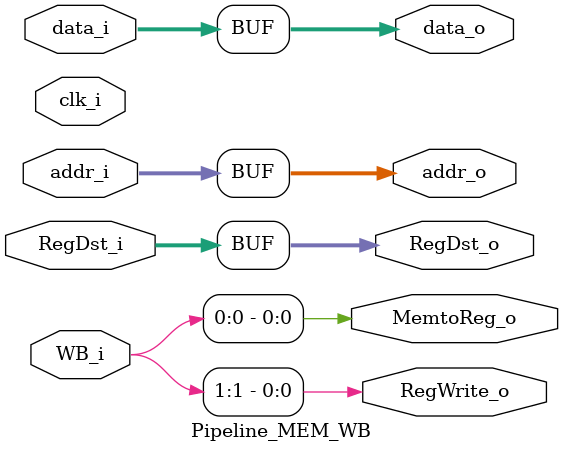
<source format=v>
module Pipeline_MEM_WB(
    clk_i,
    WB_i,
    data_i,
    addr_i,
    RegDst_i,

    RegWrite_o,
    MemtoReg_o,
    data_o,
    addr_o,
    RegDst_o
);
input           clk_i;
input[1:0]      WB_i;
input[31:0]     data_i, addr_i;
input[4:0]      RegDst_i;

output reg          RegWrite_o, MemtoReg_o;
output reg[31:0]    data_o, addr_o;
output reg[4:0]     RegDst_o;
always @(clk_i) begin
  RegWrite_o <= WB_i[1];
  MemtoReg_o <= WB_i[0];
  data_o <= data_i;
  addr_o <= addr_i;
  RegDst_o <= RegDst_i;
end
endmodule

</source>
